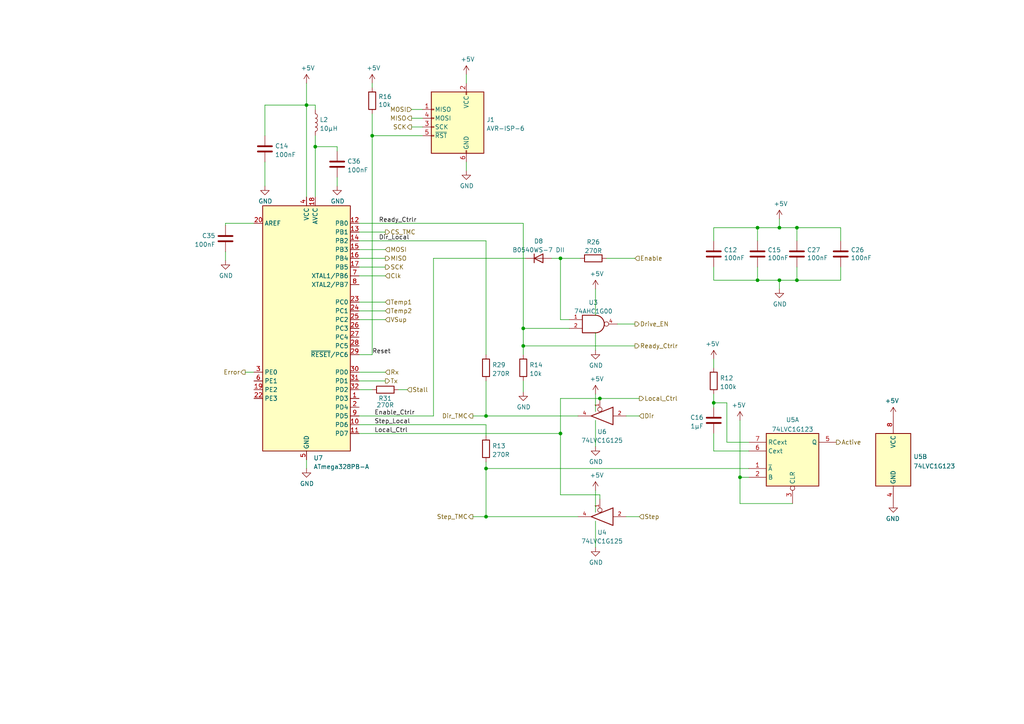
<source format=kicad_sch>
(kicad_sch (version 20211123) (generator eeschema)
  (paper "A4")
  (title_block (title "High Power Stepper Driver") (date "2019-12-19") (rev "1.0") (company "fordprfkt@googlemail.com") (comment 1 "Daniel Walter"))
  (lib_symbols
    (symbol "74xGxx:74AHC1G00" (pin_names (offset 1.016))
      (property "Reference" "U" (at -2.54 3.81 0))
      (property "Value" "74AHC1G00" (at 0 -3.81 0))
      (symbol "74AHC1G00_0_1"
        (arc (start 0 -2.54) (mid 2.54 0) (end 0 2.54) (stroke (width 0.254)))
        (polyline (pts (xy 0 -2.54) (xy -3.81 -2.54) (xy -3.81 2.54) (xy 0 2.54)) (stroke (width 0.254)))
      )
      (symbol "74AHC1G00_1_1"
        (pin input line (at -7.62 1.27 0) (length 3.81) (name "~") (number "1"))
        (pin input line (at -7.62 -1.27 0) (length 3.81) (name "~") (number "2"))
        (pin power_in line (at 0 -2.54 270) (length 0) hide (name "GND") (number "3"))
        (pin output inverted (at 6.35 0 180) (length 3.81) (name "~") (number "4"))
        (pin power_in line (at 0 2.54 90) (length 0) hide (name "VCC") (number "5"))
      )
    )
    (symbol "74xGxx:74LVC1G123"
      (property "Reference" "U" (at -5.08 8.89 0))
      (property "Value" "74LVC1G123" (at -1.27 8.89 0))
      (symbol "74LVC1G123_1_1"
        (rectangle (start -7.62 7.62) (end 7.62 -7.62) (stroke (width 0.254)) (fill (type background)))
        (pin input line (at -12.7 -2.54 0) (length 5.08) (name "~{A}") (number "1"))
        (pin input line (at -12.7 -5.08 0) (length 5.08) (name "B") (number "2"))
        (pin input inverted (at 0 -12.7 90) (length 5.08) (name "CLR") (number "3"))
        (pin output line (at 12.7 5.08 180) (length 5.08) (name "Q") (number "5"))
        (pin input line (at -12.7 2.54 0) (length 5.08) (name "Cext") (number "6"))
        (pin input line (at -12.7 5.08 0) (length 5.08) (name "RCext") (number "7"))
      )
      (symbol "74LVC1G123_2_1"
        (rectangle (start -5.08 7.62) (end 5.08 -7.62) (stroke (width 0.254)) (fill (type background)))
        (pin power_in line (at 0 -12.7 90) (length 5.08) (name "GND") (number "4"))
        (pin power_in line (at 0 12.7 270) (length 5.08) (name "VCC") (number "8"))
      )
    )
    (symbol "74xGxx:74LVC1G125" (pin_names (offset 1.016))
      (property "Reference" "U" (at -2.54 3.81 0))
      (property "Value" "74LVC1G125" (at 0 -3.81 0))
      (symbol "74LVC1G125_0_1"
        (polyline (pts (xy -3.81 2.54) (xy -3.81 -2.54) (xy 2.54 0) (xy -3.81 2.54)) (stroke (width 0.254)))
      )
      (symbol "74LVC1G125_1_1"
        (pin input inverted (at 0 5.08 270) (length 3.81) (name "~") (number "1"))
        (pin input line (at -7.62 0 0) (length 3.81) (name "~") (number "2"))
        (pin power_in line (at 1.27 -1.27 270) (length 0) hide (name "GND") (number "3"))
        (pin tri_state line (at 6.35 0 180) (length 3.81) (name "~") (number "4"))
        (pin power_in line (at 1.27 1.27 90) (length 0) hide (name "VCC") (number "5"))
      )
    )
    (symbol "Connector:AVR-ISP-6" (pin_names (offset 1.016))
      (property "Reference" "J" (at -6.35 11.43 0))
      (property "Value" "AVR-ISP-6" (at 0 11.43 0))
      (symbol "AVR-ISP-6_0_1"
        (rectangle (start -2.667 -6.858) (end -2.413 -7.62))
        (rectangle (start -2.667 10.16) (end -2.413 9.398))
        (rectangle (start 7.62 -2.413) (end 6.858 -2.667))
        (rectangle (start 7.62 0.127) (end 6.858 -0.127))
        (rectangle (start 7.62 2.667) (end 6.858 2.413))
        (rectangle (start 7.62 5.207) (end 6.858 4.953))
        (rectangle (start 7.62 10.16) (end -7.62 -7.62) (stroke (width 0.254)) (fill (type background)))
      )
      (symbol "AVR-ISP-6_1_1"
        (pin passive line (at 10.16 5.08 180) (length 2.54) (name "MISO") (number "1"))
        (pin passive line (at -2.54 12.7 270) (length 2.54) (name "VCC") (number "2"))
        (pin passive line (at 10.16 0 180) (length 2.54) (name "SCK") (number "3"))
        (pin passive line (at 10.16 2.54 180) (length 2.54) (name "MOSI") (number "4"))
        (pin passive line (at 10.16 -2.54 180) (length 2.54) (name "~{RST}") (number "5"))
        (pin passive line (at -2.54 -10.16 90) (length 2.54) (name "GND") (number "6"))
      )
    )
    (symbol "Device:C" (pin_numbers hide) (pin_names (offset 0.254))
      (property "Reference" "C" (at 0.635 2.54 0))
      (property "Value" "C" (at 0.635 -2.54 0))
      (symbol "C_0_1"
        (polyline (pts (xy -2.032 -0.762) (xy 2.032 -0.762)) (stroke (width 0.508)))
        (polyline (pts (xy -2.032 0.762) (xy 2.032 0.762)) (stroke (width 0.508)))
      )
      (symbol "C_1_1"
        (pin passive line (at 0 3.81 270) (length 2.794) (name "~") (number "1"))
        (pin passive line (at 0 -3.81 90) (length 2.794) (name "~") (number "2"))
      )
    )
    (symbol "Device:D" (pin_numbers hide) (pin_names (offset 1.016) hide)
      (property "Reference" "D" (at 0 2.54 0))
      (property "Value" "D" (at 0 -2.54 0))
      (symbol "D_0_1"
        (polyline (pts (xy -1.27 1.27) (xy -1.27 -1.27)) (stroke (width 0.254)))
        (polyline (pts (xy 1.27 0) (xy -1.27 0)))
        (polyline (pts (xy 1.27 1.27) (xy 1.27 -1.27) (xy -1.27 0) (xy 1.27 1.27)) (stroke (width 0.254)))
      )
      (symbol "D_1_1"
        (pin passive line (at -3.81 0 0) (length 2.54) (name "K") (number "1"))
        (pin passive line (at 3.81 0 180) (length 2.54) (name "A") (number "2"))
      )
    )
    (symbol "Device:L" (pin_numbers hide) (pin_names (offset 1.016) hide)
      (property "Reference" "L" (at -1.27 0 90))
      (property "Value" "L" (at 1.905 0 90))
      (symbol "L_0_1"
        (arc (start 0 -2.54) (mid 0.635 -1.905) (end 0 -1.27))
        (arc (start 0 -1.27) (mid 0.635 -0.635) (end 0 0))
        (arc (start 0 0) (mid 0.635 0.635) (end 0 1.27))
        (arc (start 0 1.27) (mid 0.635 1.905) (end 0 2.54))
      )
      (symbol "L_1_1"
        (pin passive line (at 0 3.81 270) (length 1.27) (name "1") (number "1"))
        (pin passive line (at 0 -3.81 90) (length 1.27) (name "2") (number "2"))
      )
    )
    (symbol "Device:R" (pin_numbers hide) (pin_names (offset 0))
      (property "Reference" "R" (at 2.032 0 90))
      (property "Value" "R" (at 0 0 90))
      (symbol "R_0_1"
        (rectangle (start -1.016 -2.54) (end 1.016 2.54) (stroke (width 0.254)))
      )
      (symbol "R_1_1"
        (pin passive line (at 0 3.81 270) (length 1.27) (name "~") (number "1"))
        (pin passive line (at 0 -3.81 90) (length 1.27) (name "~") (number "2"))
      )
    )
    (symbol "MCU_Microchip_ATmega:ATmega328PB-A"
      (property "Reference" "U" (at -12.7 36.83 0))
      (property "Value" "ATmega328PB-A" (at 2.54 -36.83 0))
      (symbol "ATmega328PB-A_0_1"
        (rectangle (start -12.7 -35.56) (end 12.7 35.56) (stroke (width 0.254)) (fill (type background)))
      )
      (symbol "ATmega328PB-A_1_1"
        (pin bidirectional line (at 15.24 -20.32 180) (length 2.54) (name "PD3") (number "1"))
        (pin bidirectional line (at 15.24 -27.94 180) (length 2.54) (name "PD6") (number "10"))
        (pin bidirectional line (at 15.24 -30.48 180) (length 2.54) (name "PD7") (number "11"))
        (pin bidirectional line (at 15.24 30.48 180) (length 2.54) (name "PB0") (number "12"))
        (pin bidirectional line (at 15.24 27.94 180) (length 2.54) (name "PB1") (number "13"))
        (pin bidirectional line (at 15.24 25.4 180) (length 2.54) (name "PB2") (number "14"))
        (pin bidirectional line (at 15.24 22.86 180) (length 2.54) (name "PB3") (number "15"))
        (pin bidirectional line (at 15.24 20.32 180) (length 2.54) (name "PB4") (number "16"))
        (pin bidirectional line (at 15.24 17.78 180) (length 2.54) (name "PB5") (number "17"))
        (pin power_in line (at 2.54 38.1 270) (length 2.54) (name "AVCC") (number "18"))
        (pin bidirectional line (at -15.24 -17.78 0) (length 2.54) (name "PE2") (number "19"))
        (pin bidirectional line (at 15.24 -22.86 180) (length 2.54) (name "PD4") (number "2"))
        (pin passive line (at -15.24 30.48 0) (length 2.54) (name "AREF") (number "20"))
        (pin passive line (at 0 -38.1 90) (length 2.54) hide (name "GND") (number "21"))
        (pin bidirectional line (at -15.24 -20.32 0) (length 2.54) (name "PE3") (number "22"))
        (pin bidirectional line (at 15.24 7.62 180) (length 2.54) (name "PC0") (number "23"))
        (pin bidirectional line (at 15.24 5.08 180) (length 2.54) (name "PC1") (number "24"))
        (pin bidirectional line (at 15.24 2.54 180) (length 2.54) (name "PC2") (number "25"))
        (pin bidirectional line (at 15.24 0 180) (length 2.54) (name "PC3") (number "26"))
        (pin bidirectional line (at 15.24 -2.54 180) (length 2.54) (name "PC4") (number "27"))
        (pin bidirectional line (at 15.24 -5.08 180) (length 2.54) (name "PC5") (number "28"))
        (pin bidirectional line (at 15.24 -7.62 180) (length 2.54) (name "~{RESET}/PC6") (number "29"))
        (pin bidirectional line (at -15.24 -12.7 0) (length 2.54) (name "PE0") (number "3"))
        (pin bidirectional line (at 15.24 -12.7 180) (length 2.54) (name "PD0") (number "30"))
        (pin bidirectional line (at 15.24 -15.24 180) (length 2.54) (name "PD1") (number "31"))
        (pin bidirectional line (at 15.24 -17.78 180) (length 2.54) (name "PD2") (number "32"))
        (pin power_in line (at 0 38.1 270) (length 2.54) (name "VCC") (number "4"))
        (pin power_in line (at 0 -38.1 90) (length 2.54) (name "GND") (number "5"))
        (pin bidirectional line (at -15.24 -15.24 0) (length 2.54) (name "PE1") (number "6"))
        (pin bidirectional line (at 15.24 15.24 180) (length 2.54) (name "XTAL1/PB6") (number "7"))
        (pin bidirectional line (at 15.24 12.7 180) (length 2.54) (name "XTAL2/PB7") (number "8"))
        (pin bidirectional line (at 15.24 -25.4 180) (length 2.54) (name "PD5") (number "9"))
      )
    )
    (symbol "power:+5V" (power) (pin_names (offset 0))
      (property "Value" "+5V" (at 0 3.556 0))
      (symbol "+5V_0_1"
        (polyline (pts (xy -0.762 1.27) (xy 0 2.54)))
        (polyline (pts (xy 0 0) (xy 0 2.54)))
        (polyline (pts (xy 0 2.54) (xy 0.762 1.27)))
      )
      (symbol "+5V_1_1"
        (pin power_in line (at 0 0 90) (length 0) hide (name "+5V") (number "1"))
      )
    )
    (symbol "power:GND" (power) (pin_names (offset 0))
      (property "Value" "GND" (at 0 -3.81 0))
      (symbol "GND_0_1"
        (polyline (pts (xy 0 0) (xy 0 -1.27) (xy 1.27 -1.27) (xy 0 -2.54) (xy -1.27 -1.27) (xy 0 -1.27)))
      )
      (symbol "GND_1_1"
        (pin power_in line (at 0 0 270) (length 0) hide (name "GND") (number "1"))
      )
    )
  )
  (junction (at 162.56 125.73))
  (junction (at 140.97 120.65))
  (junction (at 226.06 66.04))
  (junction (at 151.765 100.33))
  (junction (at 226.06 81.28))
  (junction (at 207.01 116.84))
  (junction (at 214.63 138.43))
  (junction (at 231.14 66.04))
  (junction (at 140.97 135.89))
  (junction (at 107.95 39.37))
  (junction (at 219.71 66.04))
  (junction (at 219.71 81.28))
  (junction (at 173.99 115.57))
  (junction (at 162.56 74.93))
  (junction (at 151.765 95.25))
  (junction (at 88.9 30.48))
  (junction (at 91.44 42.545))
  (junction (at 140.97 149.86))
  (junction (at 231.14 81.28))
  (wire (pts (xy 179.07 93.98) (xy 184.15 93.98)))
  (wire (pts (xy 173.99 115.57) (xy 185.42 115.57)))
  (wire (pts (xy 219.71 66.04) (xy 207.01 66.04)))
  (wire (pts (xy 104.14 80.01) (xy 111.76 80.01)))
  (wire (pts (xy 151.765 95.25) (xy 151.765 100.33)))
  (wire (pts (xy 107.95 113.03) (xy 104.14 113.03)))
  (wire (pts (xy 219.71 81.28) (xy 207.01 81.28)))
  (wire (pts (xy 137.16 120.65) (xy 140.97 120.65)))
  (wire (pts (xy 207.01 130.81) (xy 207.01 125.73)))
  (wire (pts (xy 88.9 135.89) (xy 88.9 133.35)))
  (wire (pts (xy 104.14 120.65) (xy 125.73 120.65)))
  (wire (pts (xy 162.56 74.93) (xy 168.275 74.93)))
  (wire (pts (xy 185.42 149.86) (xy 181.61 149.86)))
  (wire (pts (xy 151.765 95.25) (xy 151.765 64.77)))
  (wire (pts (xy 173.99 143.51) (xy 162.56 143.51)))
  (wire (pts (xy 118.11 113.03) (xy 115.57 113.03)))
  (wire (pts (xy 88.9 30.48) (xy 76.835 30.48)))
  (wire (pts (xy 76.835 53.975) (xy 76.835 46.99)))
  (wire (pts (xy 119.38 34.29) (xy 122.555 34.29)))
  (wire (pts (xy 91.44 31.75) (xy 91.44 30.48)))
  (wire (pts (xy 226.06 81.28) (xy 219.71 81.28)))
  (wire (pts (xy 137.16 149.86) (xy 140.97 149.86)))
  (wire (pts (xy 172.72 119.38) (xy 172.72 114.3)))
  (wire (pts (xy 91.44 39.37) (xy 91.44 42.545)))
  (wire (pts (xy 125.73 74.93) (xy 152.4 74.93)))
  (wire (pts (xy 151.765 64.77) (xy 104.14 64.77)))
  (wire (pts (xy 104.14 107.95) (xy 111.76 107.95)))
  (wire (pts (xy 172.72 91.44) (xy 172.72 83.82)))
  (wire (pts (xy 207.01 116.84) (xy 210.82 116.84)))
  (wire (pts (xy 226.06 66.04) (xy 219.71 66.04)))
  (wire (pts (xy 151.765 113.665) (xy 151.765 110.49)))
  (wire (pts (xy 231.14 81.28) (xy 231.14 77.47)))
  (wire (pts (xy 65.405 73.025) (xy 65.405 75.565)))
  (wire (pts (xy 231.14 66.04) (xy 226.06 66.04)))
  (wire (pts (xy 104.14 110.49) (xy 111.76 110.49)))
  (wire (pts (xy 231.14 81.28) (xy 226.06 81.28)))
  (wire (pts (xy 140.97 123.19) (xy 140.97 126.365)))
  (wire (pts (xy 140.97 135.89) (xy 217.17 135.89)))
  (wire (pts (xy 107.95 33.02) (xy 107.95 39.37)))
  (wire (pts (xy 173.99 115.57) (xy 162.56 115.57)))
  (wire (pts (xy 119.38 31.75) (xy 122.555 31.75)))
  (wire (pts (xy 151.765 100.33) (xy 151.765 102.87)))
  (wire (pts (xy 125.73 120.65) (xy 125.73 74.93)))
  (wire (pts (xy 135.255 46.99) (xy 135.255 49.53)))
  (wire (pts (xy 226.06 66.04) (xy 226.06 63.5)))
  (wire (pts (xy 107.95 102.87) (xy 104.14 102.87)))
  (wire (pts (xy 97.79 42.545) (xy 91.44 42.545)))
  (wire (pts (xy 88.9 24.13) (xy 88.9 30.48)))
  (wire (pts (xy 162.56 125.73) (xy 162.56 143.51)))
  (wire (pts (xy 162.56 115.57) (xy 162.56 125.73)))
  (wire (pts (xy 73.66 64.77) (xy 65.405 64.77)))
  (wire (pts (xy 91.44 30.48) (xy 88.9 30.48)))
  (wire (pts (xy 162.56 92.71) (xy 165.1 92.71)))
  (wire (pts (xy 135.255 21.59) (xy 135.255 24.13)))
  (wire (pts (xy 207.01 116.84) (xy 207.01 118.11)))
  (wire (pts (xy 243.84 66.04) (xy 243.84 69.85)))
  (wire (pts (xy 111.76 87.63) (xy 104.14 87.63)))
  (wire (pts (xy 172.72 101.6) (xy 172.72 96.52)))
  (wire (pts (xy 231.14 66.04) (xy 243.84 66.04)))
  (wire (pts (xy 140.97 120.65) (xy 140.97 110.49)))
  (wire (pts (xy 210.82 128.27) (xy 217.17 128.27)))
  (wire (pts (xy 119.38 36.83) (xy 122.555 36.83)))
  (wire (pts (xy 140.97 133.985) (xy 140.97 135.89)))
  (wire (pts (xy 172.72 148.59) (xy 172.72 142.24)))
  (wire (pts (xy 140.97 149.86) (xy 167.64 149.86)))
  (wire (pts (xy 71.12 107.95) (xy 73.66 107.95)))
  (wire (pts (xy 207.01 66.04) (xy 207.01 69.85)))
  (wire (pts (xy 207.01 81.28) (xy 207.01 77.47)))
  (wire (pts (xy 111.76 72.39) (xy 104.14 72.39)))
  (wire (pts (xy 140.97 69.85) (xy 140.97 102.87)))
  (wire (pts (xy 172.72 158.75) (xy 172.72 151.13)))
  (wire (pts (xy 207.01 104.14) (xy 207.01 106.68)))
  (wire (pts (xy 160.02 74.93) (xy 162.56 74.93)))
  (wire (pts (xy 219.71 66.04) (xy 219.71 69.85)))
  (wire (pts (xy 214.63 138.43) (xy 217.17 138.43)))
  (wire (pts (xy 111.76 90.17) (xy 104.14 90.17)))
  (wire (pts (xy 151.765 95.25) (xy 165.1 95.25)))
  (wire (pts (xy 231.14 81.28) (xy 243.84 81.28)))
  (wire (pts (xy 107.95 39.37) (xy 122.555 39.37)))
  (wire (pts (xy 226.06 83.82) (xy 226.06 81.28)))
  (wire (pts (xy 88.9 30.48) (xy 88.9 57.15)))
  (wire (pts (xy 185.42 120.65) (xy 181.61 120.65)))
  (wire (pts (xy 111.76 74.93) (xy 104.14 74.93)))
  (wire (pts (xy 65.405 64.77) (xy 65.405 65.405)))
  (wire (pts (xy 173.99 143.51) (xy 173.99 144.78)))
  (wire (pts (xy 207.01 114.3) (xy 207.01 116.84)))
  (wire (pts (xy 107.95 25.4) (xy 107.95 24.13)))
  (wire (pts (xy 217.17 130.81) (xy 207.01 130.81)))
  (wire (pts (xy 214.63 146.05) (xy 229.87 146.05)))
  (wire (pts (xy 151.765 100.33) (xy 184.15 100.33)))
  (wire (pts (xy 140.97 120.65) (xy 167.64 120.65)))
  (wire (pts (xy 162.56 74.93) (xy 162.56 92.71)))
  (wire (pts (xy 104.14 123.19) (xy 140.97 123.19)))
  (wire (pts (xy 104.14 125.73) (xy 162.56 125.73)))
  (wire (pts (xy 214.63 138.43) (xy 214.63 146.05)))
  (wire (pts (xy 104.14 69.85) (xy 140.97 69.85)))
  (wire (pts (xy 172.72 129.54) (xy 172.72 121.92)))
  (wire (pts (xy 97.79 51.435) (xy 97.79 53.975)))
  (wire (pts (xy 231.14 66.04) (xy 231.14 69.85)))
  (wire (pts (xy 210.82 116.84) (xy 210.82 128.27)))
  (wire (pts (xy 91.44 42.545) (xy 91.44 57.15)))
  (wire (pts (xy 111.76 92.71) (xy 104.14 92.71)))
  (wire (pts (xy 184.15 74.93) (xy 175.895 74.93)))
  (wire (pts (xy 243.84 81.28) (xy 243.84 77.47)))
  (wire (pts (xy 97.79 43.815) (xy 97.79 42.545)))
  (wire (pts (xy 104.14 67.31) (xy 111.76 67.31)))
  (wire (pts (xy 140.97 135.89) (xy 140.97 149.86)))
  (wire (pts (xy 76.835 30.48) (xy 76.835 39.37)))
  (wire (pts (xy 107.95 39.37) (xy 107.95 102.87)))
  (wire (pts (xy 214.63 121.92) (xy 214.63 138.43)))
  (wire (pts (xy 111.76 77.47) (xy 104.14 77.47)))
  (wire (pts (xy 219.71 81.28) (xy 219.71 77.47)))
  (label "Reset" (at 107.95 102.87 0))
  (label "Local_Ctrl" (at 108.585 125.73 0))
  (label "Step_Local" (at 108.585 123.19 0))
  (label "Dir_Local" (at 109.855 69.85 0))
  (label "Enable_Ctrlr" (at 108.585 120.65 0))
  (label "Ready_Ctrlr" (at 109.855 64.77 0))
  (hierarchical_label "Step_TMC" (shape output) (at 137.16 149.86 180))
  (hierarchical_label "MISO" (shape output) (at 111.76 74.93 0))
  (hierarchical_label "Ready_Ctrlr" (shape output) (at 184.15 100.33 0))
  (hierarchical_label "Temp2" (shape input) (at 111.76 90.17 0))
  (hierarchical_label "Enable" (shape input) (at 184.15 74.93 0))
  (hierarchical_label "Local_Ctrl" (shape output) (at 185.42 115.57 0))
  (hierarchical_label "Step" (shape input) (at 185.42 149.86 0))
  (hierarchical_label "MOSI" (shape input) (at 119.38 31.75 180))
  (hierarchical_label "MOSI" (shape input) (at 111.76 72.39 0))
  (hierarchical_label "CS_TMC" (shape output) (at 111.76 67.31 0))
  (hierarchical_label "Dir" (shape input) (at 185.42 120.65 0))
  (hierarchical_label "VSup" (shape input) (at 111.76 92.71 0))
  (hierarchical_label "Clk" (shape input) (at 111.76 80.01 0))
  (hierarchical_label "Rx" (shape input) (at 111.76 107.95 0))
  (hierarchical_label "Drive_EN" (shape output) (at 184.15 93.98 0))
  (hierarchical_label "Error" (shape output) (at 71.12 107.95 180))
  (hierarchical_label "Active" (shape output) (at 242.57 128.27 0))
  (hierarchical_label "Stall" (shape input) (at 118.11 113.03 0))
  (hierarchical_label "Temp1" (shape input) (at 111.76 87.63 0))
  (hierarchical_label "Tx" (shape output) (at 111.76 110.49 0))
  (hierarchical_label "MISO" (shape output) (at 119.38 34.29 180))
  (hierarchical_label "SCK" (shape output) (at 111.76 77.47 0))
  (hierarchical_label "Dir_TMC" (shape output) (at 137.16 120.65 180))
  (hierarchical_label "SCK" (shape output) (at 119.38 36.83 180))
  (symbol (lib_id "power:+5V") (at 107.95 24.13 0) (unit 1)
    (property "Reference" "#PWR079" (effects hide))
    (property "Value" "+5V" (at 108.331 19.7358 0))
  )
  (symbol (lib_id "Device:C") (at 76.835 43.18 0) (unit 1)
    (property "Reference" "C14" (at 79.756 42.3453 0) (effects (justify left)))
    (property "Value" "100nF" (at 79.756 44.8822 0) (effects (justify left)))
    (property "Footprint" "Capacitor_SMD:C_0805_2012Metric" (effects hide))
  )
  (symbol (lib_id "power:GND") (at 76.835 53.975 0) (unit 1)
    (property "Reference" "#PWR071" (effects hide))
    (property "Value" "GND" (at 76.962 58.3692 0))
  )
  (symbol (lib_id "74xGxx:74AHC1G00") (at 172.72 93.98 0) (unit 1)
    (property "Reference" "U3" (at 172.085 87.7402 0))
    (property "Value" "74AHC1G00" (at 172.085 90.2771 0))
    (property "Footprint" "Package_TO_SOT_SMD:SOT-23-5" (effects hide))
    (property "Datasheet" "http://www.ti.com/lit/sg/scyt129e/scyt129e.pdf" (effects hide))
  )
  (symbol (lib_id "74xGxx:74LVC1G125") (at 173.99 120.65 0) (mirror y) (unit 1)
    (property "Reference" "U6" (at 174.625 125.2204 0))
    (property "Value" "74LVC1G125" (at 174.625 127.7573 0))
    (property "Footprint" "Package_TO_SOT_SMD:SOT-23-5" (effects hide))
    (property "Datasheet" "http://www.ti.com/lit/sg/scyt129e/scyt129e.pdf" (effects hide))
  )
  (symbol (lib_id "74xGxx:74LVC1G125") (at 173.99 149.86 0) (mirror y) (unit 1)
    (property "Reference" "U4" (at 174.625 154.4304 0))
    (property "Value" "74LVC1G125" (at 174.625 156.9673 0))
    (property "Footprint" "Package_TO_SOT_SMD:SOT-23-5" (effects hide))
    (property "Datasheet" "http://www.ti.com/lit/sg/scyt129e/scyt129e.pdf" (effects hide))
  )
  (symbol (lib_id "power:GND") (at 172.72 158.75 0) (unit 1)
    (property "Reference" "#PWR078" (effects hide))
    (property "Value" "GND" (at 172.847 163.1442 0))
  )
  (symbol (lib_id "power:GND") (at 172.72 101.6 0) (unit 1)
    (property "Reference" "#PWR074" (effects hide))
    (property "Value" "GND" (at 172.847 105.9942 0))
  )
  (symbol (lib_id "power:GND") (at 172.72 129.54 0) (unit 1)
    (property "Reference" "#PWR076" (effects hide))
    (property "Value" "GND" (at 172.847 133.9342 0))
  )
  (symbol (lib_id "power:+5V") (at 172.72 83.82 0) (unit 1)
    (property "Reference" "#PWR073" (effects hide))
    (property "Value" "+5V" (at 173.101 79.4258 0))
  )
  (symbol (lib_id "power:+5V") (at 172.72 114.3 0) (unit 1)
    (property "Reference" "#PWR075" (effects hide))
    (property "Value" "+5V" (at 173.101 109.9058 0))
  )
  (symbol (lib_id "power:+5V") (at 172.72 142.24 0) (unit 1)
    (property "Reference" "#PWR077" (effects hide))
    (property "Value" "+5V" (at 173.101 137.8458 0))
  )
  (symbol (lib_id "Device:C") (at 219.71 73.66 0) (unit 1)
    (property "Reference" "C15" (at 222.631 72.4916 0) (effects (justify left)))
    (property "Value" "100nF" (at 222.631 74.803 0) (effects (justify left)))
    (property "Footprint" "Capacitor_SMD:C_0805_2012Metric" (effects hide))
  )
  (symbol (lib_id "Device:C") (at 231.14 73.66 0) (unit 1)
    (property "Reference" "C27" (at 234.061 72.4916 0) (effects (justify left)))
    (property "Value" "100nF" (at 234.061 74.803 0) (effects (justify left)))
    (property "Footprint" "Capacitor_SMD:C_0805_2012Metric" (effects hide))
  )
  (symbol (lib_id "Device:C") (at 243.84 73.66 0) (unit 1)
    (property "Reference" "C26" (at 246.761 72.4916 0) (effects (justify left)))
    (property "Value" "100nF" (at 246.761 74.803 0) (effects (justify left)))
    (property "Footprint" "Capacitor_SMD:C_0805_2012Metric" (effects hide))
  )
  (symbol (lib_id "power:GND") (at 135.255 49.53 0) (unit 1)
    (property "Reference" "#PWR063" (effects hide))
    (property "Value" "GND" (at 135.382 53.9242 0))
  )
  (symbol (lib_id "Device:R") (at 140.97 106.68 180) (unit 1)
    (property "Reference" "R29" (at 142.748 105.8453 0) (effects (justify right)))
    (property "Value" "270R" (at 142.748 108.3822 0) (effects (justify right)))
    (property "Footprint" "Resistor_SMD:R_0805_2012Metric" (effects hide))
  )
  (symbol (lib_id "Device:R") (at 140.97 130.175 180) (unit 1)
    (property "Reference" "R13" (at 142.748 129.3403 0) (effects (justify right)))
    (property "Value" "270R" (at 142.748 131.8772 0) (effects (justify right)))
    (property "Footprint" "Resistor_SMD:R_0805_2012Metric" (effects hide))
  )
  (symbol (lib_id "74xGxx:74LVC1G123") (at 229.87 133.35 0) (unit 1)
    (property "Reference" "U5" (at 229.87 121.7635 0))
    (property "Value" "74LVC1G123" (at 229.87 124.5386 0))
    (property "Footprint" "Package_SO:VSSOP-8_3.0x3.0mm_P0.65mm" (effects hide))
    (property "Datasheet" "http://www.ti.com/lit/ds/symlink/sn74lvc1g123.pdf" (effects hide))
  )
  (symbol (lib_id "power:GND") (at 259.08 146.05 0) (mirror y) (unit 1)
    (property "Reference" "#PWR065" (effects hide))
    (property "Value" "GND" (at 258.953 150.4442 0))
  )
  (symbol (lib_id "power:+5V") (at 259.08 120.65 0) (mirror y) (unit 1)
    (property "Reference" "#PWR064" (effects hide))
    (property "Value" "+5V" (at 258.699 116.2558 0))
  )
  (symbol (lib_id "Device:C") (at 207.01 121.92 0) (mirror x) (unit 1)
    (property "Reference" "C16" (at 204.089 121.0853 0) (effects (justify right)))
    (property "Value" "1µF" (at 204.089 123.6222 0) (effects (justify right)))
    (property "Footprint" "Capacitor_SMD:C_0805_2012Metric" (effects hide))
  )
  (symbol (lib_id "Device:R") (at 207.01 110.49 0) (mirror y) (unit 1)
    (property "Reference" "R12" (at 208.788 109.6553 0) (effects (justify right)))
    (property "Value" "100k" (at 208.788 112.1922 0) (effects (justify right)))
    (property "Footprint" "Resistor_SMD:R_0805_2012Metric" (effects hide))
  )
  (symbol (lib_id "power:+5V") (at 214.63 121.92 0) (mirror y) (unit 1)
    (property "Reference" "#PWR068" (effects hide))
    (property "Value" "+5V" (at 214.249 117.5258 0))
  )
  (symbol (lib_id "power:+5V") (at 207.01 104.14 0) (mirror y) (unit 1)
    (property "Reference" "#PWR067" (effects hide))
    (property "Value" "+5V" (at 206.629 99.7458 0))
  )
  (symbol (lib_id "Device:R") (at 151.765 106.68 180) (unit 1)
    (property "Reference" "R14" (at 153.543 105.8453 0) (effects (justify right)))
    (property "Value" "10k" (at 153.543 108.3822 0) (effects (justify right)))
    (property "Footprint" "Resistor_SMD:R_0805_2012Metric" (effects hide))
  )
  (symbol (lib_id "power:GND") (at 151.765 113.665 0) (unit 1)
    (property "Reference" "#PWR072" (effects hide))
    (property "Value" "GND" (at 151.892 118.0592 0))
  )
  (symbol (lib_id "Device:R") (at 111.76 113.03 270) (mirror x) (unit 1)
    (property "Reference" "R31" (at 113.665 115.57 90) (effects (justify right)))
    (property "Value" "270R" (at 114.3 117.475 90) (effects (justify right)))
    (property "Footprint" "Resistor_SMD:R_0805_2012Metric" (effects hide))
  )
  (symbol (lib_id "Device:C") (at 207.01 73.66 0) (unit 1)
    (property "Reference" "C12" (at 209.931 72.4916 0) (effects (justify left)))
    (property "Value" "100nF" (at 209.931 74.803 0) (effects (justify left)))
    (property "Footprint" "Capacitor_SMD:C_0805_2012Metric" (effects hide))
  )
  (symbol (lib_id "power:+5V") (at 226.06 63.5 0) (unit 1)
    (property "Reference" "#PWR081" (effects hide))
    (property "Value" "+5V" (at 226.441 59.1058 0))
  )
  (symbol (lib_id "power:GND") (at 226.06 83.82 0) (unit 1)
    (property "Reference" "#PWR082" (effects hide))
    (property "Value" "GND" (at 226.187 88.2142 0))
  )
  (symbol (lib_id "Device:R") (at 107.95 29.21 0) (unit 1)
    (property "Reference" "R16" (at 109.728 28.0416 0) (effects (justify left)))
    (property "Value" "10k" (at 109.728 30.353 0) (effects (justify left)))
    (property "Footprint" "Resistor_SMD:R_0805_2012Metric" (effects hide))
  )
  (symbol (lib_id "power:GND") (at 88.9 135.89 0) (unit 1)
    (property "Reference" "#PWR0101" (effects hide))
    (property "Value" "GND" (at 89.027 140.2842 0))
  )
  (symbol (lib_id "power:+5V") (at 135.255 21.59 0) (unit 1)
    (property "Reference" "#PWR0102" (effects hide))
    (property "Value" "+5V" (at 135.636 17.1958 0))
  )
  (symbol (lib_id "power:+5V") (at 88.9 24.13 0) (unit 1)
    (property "Reference" "#PWR0103" (effects hide))
    (property "Value" "+5V" (at 89.281 19.7358 0))
  )
  (symbol (lib_id "Device:R") (at 172.085 74.93 90) (mirror x) (unit 1)
    (property "Reference" "R26" (at 172.085 70.2142 90))
    (property "Value" "270R" (at 172.085 72.7511 90))
    (property "Footprint" "Resistor_SMD:R_0805_2012Metric" (effects hide))
  )
  (symbol (lib_id "Device:D") (at 156.21 74.93 0) (unit 1)
    (property "Reference" "D8" (at 156.21 69.9602 0))
    (property "Value" "B0540WS-7 DII" (at 156.21 72.4971 0))
    (property "Footprint" "Diode_SMD:D_SOD-323" (effects hide))
  )
  (symbol (lib_id "Device:L") (at 91.44 35.56 0) (unit 1)
    (property "Reference" "L2" (at 92.71 34.7253 0) (effects (justify left)))
    (property "Value" "10µH" (at 92.71 37.2622 0) (effects (justify left)))
    (property "Footprint" "Inductor_SMD:L_0805_2012Metric" (effects hide))
  )
  (symbol (lib_id "Connector:AVR-ISP-6") (at 132.715 36.83 0) (mirror y) (unit 1)
    (property "Reference" "J1" (at 141.097 34.7253 0) (effects (justify right)))
    (property "Value" "AVR-ISP-6" (at 141.097 37.2622 0) (effects (justify right)))
    (property "Footprint" "Connector_IDC:IDC-Header_2x03_P2.54mm_Vertical" (effects hide))
    (property "Datasheet" " ~" (effects hide))
  )
  (symbol (lib_id "power:GND") (at 97.79 53.975 0) (unit 1)
    (property "Reference" "#PWR0111" (effects hide))
    (property "Value" "GND" (at 97.917 58.3692 0))
  )
  (symbol (lib_id "power:GND") (at 65.405 75.565 0) (unit 1)
    (property "Reference" "#PWR0110" (effects hide))
    (property "Value" "GND" (at 65.532 79.9592 0))
  )
  (symbol (lib_id "Device:C") (at 65.405 69.215 0) (unit 1)
    (property "Reference" "C35" (at 62.484 68.3803 0) (effects (justify right)))
    (property "Value" "100nF" (at 62.484 70.9172 0) (effects (justify right)))
    (property "Footprint" "Capacitor_SMD:C_0805_2012Metric" (effects hide))
  )
  (symbol (lib_id "74xGxx:74LVC1G123") (at 259.08 133.35 0) (unit 2)
    (property "Reference" "U5" (at 264.922 132.4415 0) (effects (justify left)))
    (property "Value" "74LVC1G123" (at 264.922 135.2166 0) (effects (justify left)))
    (property "Footprint" "Package_SO:VSSOP-8_3.0x3.0mm_P0.65mm" (effects hide))
    (property "Datasheet" "http://www.ti.com/lit/ds/symlink/sn74lvc1g123.pdf" (effects hide))
  )
  (symbol (lib_id "MCU_Microchip_ATmega:ATmega328PB-A") (at 88.9 95.25 0) (unit 1)
    (property "Reference" "U7" (at 90.9194 132.8404 0) (effects (justify left)))
    (property "Value" "ATmega328PB-A" (at 90.9194 135.3773 0) (effects (justify left)))
    (property "Footprint" "Package_QFP:TQFP-32_7x7mm_P0.8mm" (effects hide))
    (property "Datasheet" "http://ww1.microchip.com/downloads/en/DeviceDoc/40001906C.pdf" (effects hide))
  )
  (symbol (lib_id "Device:C") (at 97.79 47.625 0) (unit 1)
    (property "Reference" "C36" (at 100.711 46.7903 0) (effects (justify left)))
    (property "Value" "100nF" (at 100.711 49.3272 0) (effects (justify left)))
    (property "Footprint" "Capacitor_SMD:C_0805_2012Metric" (effects hide))
  )
)
</source>
